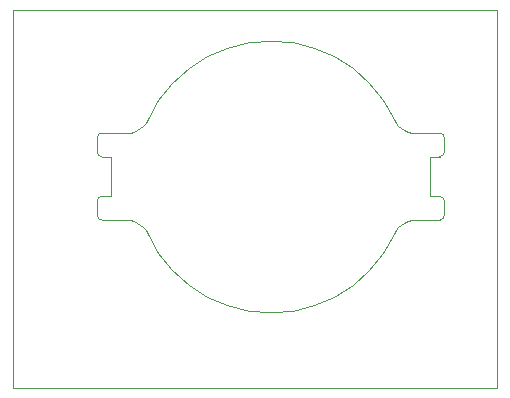
<source format=gbr>
%TF.GenerationSoftware,KiCad,Pcbnew,7.0.7*%
%TF.CreationDate,2024-01-22T14:54:54+09:00*%
%TF.ProjectId,coincall,636f696e-6361-46c6-9c2e-6b696361645f,rev?*%
%TF.SameCoordinates,Original*%
%TF.FileFunction,Profile,NP*%
%FSLAX46Y46*%
G04 Gerber Fmt 4.6, Leading zero omitted, Abs format (unit mm)*
G04 Created by KiCad (PCBNEW 7.0.7) date 2024-01-22 14:54:54*
%MOMM*%
%LPD*%
G01*
G04 APERTURE LIST*
%TA.AperFunction,Profile*%
%ADD10C,0.100000*%
%TD*%
G04 APERTURE END LIST*
D10*
X157000000Y-85000000D02*
X198000000Y-85000000D01*
X157000000Y-117000000D02*
X157000000Y-85000000D01*
X198000000Y-117000000D02*
X157000000Y-117000000D01*
X198000000Y-85000000D02*
X198000000Y-117000000D01*
%TO.C,BT4*%
X164150000Y-95815101D02*
X164150000Y-97015051D01*
X164150000Y-101185050D02*
X164150000Y-102385000D01*
X164550000Y-97415051D02*
X165350000Y-97415051D01*
X164550000Y-102785000D02*
X166605379Y-102785000D01*
X165350000Y-97415051D02*
X165350000Y-100785050D01*
X165350000Y-100785050D02*
X164550000Y-100785050D01*
X166605379Y-95415001D02*
X164550000Y-95415101D01*
X166605379Y-102785000D02*
X166928563Y-102811285D01*
X166928563Y-95388716D02*
X166605379Y-95415001D01*
X166928563Y-102811285D02*
X167243253Y-102889448D01*
X167243253Y-95310553D02*
X166928563Y-95388716D01*
X167243253Y-102889448D02*
X167541176Y-103017435D01*
X167541176Y-95182566D02*
X167243253Y-95310553D01*
X167541176Y-103017435D02*
X167814502Y-103191883D01*
X167814502Y-95008118D02*
X167541176Y-95182566D01*
X167814502Y-103191883D02*
X168056046Y-103408205D01*
X168056046Y-94791796D02*
X167814502Y-95008118D01*
X168056046Y-103408205D02*
X168259460Y-103660716D01*
X168259460Y-94539285D02*
X168056046Y-94791796D01*
X168259460Y-103660716D02*
X168419397Y-103942778D01*
X168419397Y-94257223D02*
X168259460Y-94539285D01*
X168419397Y-103942778D02*
X169339034Y-105564636D01*
X169339034Y-92635365D02*
X168419397Y-94257223D01*
X169339034Y-105564636D02*
X170508665Y-107016572D01*
X170508665Y-91183429D02*
X169339034Y-92635365D01*
X170508665Y-107016572D02*
X171897546Y-108260424D01*
X171897546Y-89939577D02*
X170508665Y-91183429D01*
X171897546Y-108260424D02*
X173469170Y-109263496D01*
X173469170Y-88936505D02*
X171897546Y-89939577D01*
X173469170Y-109263496D02*
X175182227Y-109999424D01*
X175182227Y-88200577D02*
X173469170Y-88936505D01*
X175182227Y-109999424D02*
X176991692Y-110448863D01*
X176991692Y-87751138D02*
X175182227Y-88200577D01*
X176991692Y-110448863D02*
X178850000Y-110600000D01*
X178850000Y-87600001D02*
X176991692Y-87751138D01*
X178850000Y-110600000D02*
X180708309Y-110448863D01*
X180708309Y-87751138D02*
X178850000Y-87600001D01*
X180708309Y-110448863D02*
X182517774Y-109999424D01*
X182517774Y-88200577D02*
X180708309Y-87751138D01*
X182517774Y-109999424D02*
X184230831Y-109263496D01*
X184230831Y-88936505D02*
X182517774Y-88200577D01*
X184230831Y-109263496D02*
X185802455Y-108260424D01*
X185802455Y-89939577D02*
X184230831Y-88936505D01*
X185802455Y-108260424D02*
X187191336Y-107016572D01*
X187191336Y-91183429D02*
X185802455Y-89939577D01*
X187191336Y-107016572D02*
X188360967Y-105564636D01*
X188360967Y-92635365D02*
X187191336Y-91183429D01*
X188360967Y-105564636D02*
X189280604Y-103942778D01*
X189280604Y-94257223D02*
X188360967Y-92635365D01*
X189280604Y-103942778D02*
X189440541Y-103660716D01*
X189440541Y-94539285D02*
X189280604Y-94257223D01*
X189440541Y-103660716D02*
X189643955Y-103408205D01*
X189643955Y-94791796D02*
X189440541Y-94539285D01*
X189643955Y-103408205D02*
X189885499Y-103191883D01*
X189885499Y-95008118D02*
X189643955Y-94791796D01*
X189885499Y-103191883D02*
X190158825Y-103017435D01*
X190158825Y-95182566D02*
X189885499Y-95008118D01*
X190158825Y-103017435D02*
X190456748Y-102889448D01*
X190456748Y-95310553D02*
X190158825Y-95182566D01*
X190456748Y-102889448D02*
X190771438Y-102811285D01*
X190771438Y-95388716D02*
X190456748Y-95310553D01*
X190771438Y-102811285D02*
X191094622Y-102785000D01*
X191094622Y-95415001D02*
X190771438Y-95388716D01*
X191094622Y-102785000D02*
X193150000Y-102785000D01*
X192350000Y-97415051D02*
X193150000Y-97414950D01*
X192350000Y-100785050D02*
X192350000Y-97415051D01*
X193150000Y-95417207D02*
X191094622Y-95415001D01*
X193150000Y-100785050D02*
X192350000Y-100785050D01*
X193550000Y-97017157D02*
X193550000Y-95817207D01*
X193550000Y-102385000D02*
X193550000Y-101185050D01*
X164550000Y-95415101D02*
G75*
G03*
X164150000Y-95815101I-1J-399999D01*
G01*
X164550000Y-100785050D02*
G75*
G03*
X164150000Y-101185050I-1J-399999D01*
G01*
X164150000Y-97015051D02*
G75*
G03*
X164550000Y-97415051I399999J-1D01*
G01*
X164150000Y-102385000D02*
G75*
G03*
X164550000Y-102785000I399999J-1D01*
G01*
X193549993Y-95817207D02*
G75*
G03*
X193150000Y-95417207I-399993J7D01*
G01*
X193549950Y-101185050D02*
G75*
G03*
X193150000Y-100785050I-399950J50D01*
G01*
X193150000Y-97414900D02*
G75*
G03*
X193550000Y-97014950I100J399900D01*
G01*
X193150000Y-102785000D02*
G75*
G03*
X193550000Y-102385000I0J400000D01*
G01*
%TD*%
M02*

</source>
